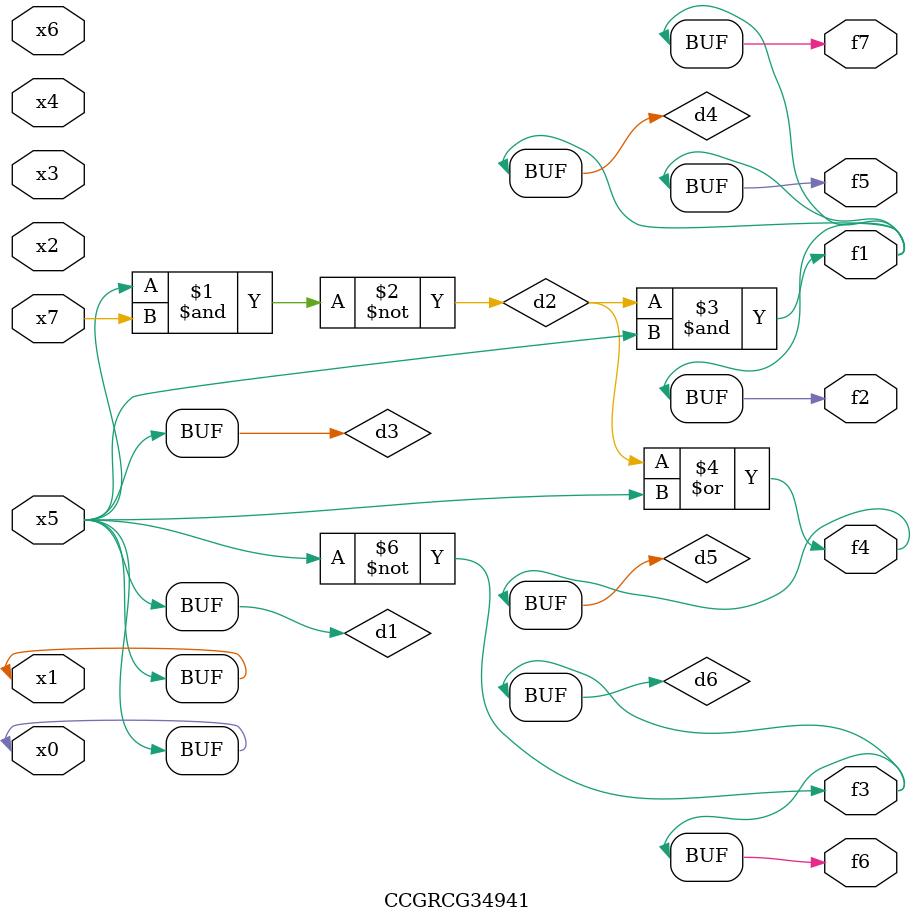
<source format=v>
module CCGRCG34941(
	input x0, x1, x2, x3, x4, x5, x6, x7,
	output f1, f2, f3, f4, f5, f6, f7
);

	wire d1, d2, d3, d4, d5, d6;

	buf (d1, x0, x5);
	nand (d2, x5, x7);
	buf (d3, x0, x1);
	and (d4, d2, d3);
	or (d5, d2, d3);
	nor (d6, d1, d3);
	assign f1 = d4;
	assign f2 = d4;
	assign f3 = d6;
	assign f4 = d5;
	assign f5 = d4;
	assign f6 = d6;
	assign f7 = d4;
endmodule

</source>
